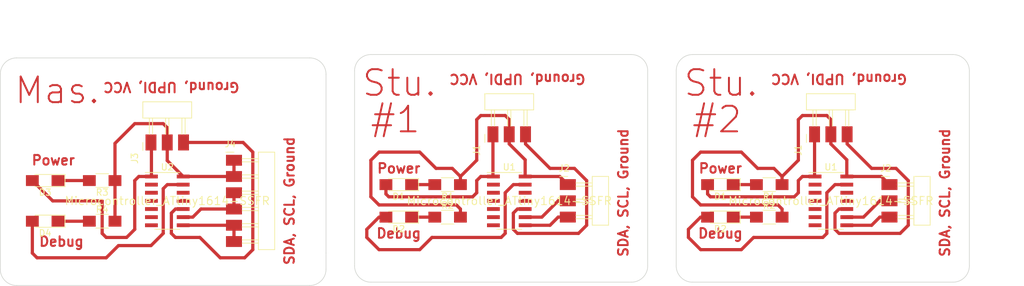
<source format=kicad_pcb>
(kicad_pcb (version 20211014) (generator pcbnew)
  (layers (0 "F.Cu" signal) (31 "B.Cu" signal) (34 "B.Paste" user) (35 "F.Paste" user) (36 "B.SilkS" user "B.Silkscreen") (37 "F.SilkS" user "F.Silkscreen") (38 "B.Mask" user) (39 "F.Mask" user) (44 "Edge.Cuts" user))
  (net 0 "")
  (net 1 "Net-(D1-Pad2)")
  (net 2 "Net-(D1-Pad1)")
  (net 3 "Net-(D2-Pad2)")
  (net 4 "Net-(D2-Pad1)")
  (net 13 "Net-(J1-Pad2)")
  (net 14 "Net-(J1-Pad3)")
  (net 15 "Net-(D3-Pad2)")
  (net 16 "Net-(J2-Pad3)")
  (net 17 "Net-(D3-Pad1)")
  (net 18 "Net-(D4-Pad2)")
  (net 19 "Net-(D4-Pad1)")
  (net 20 "Net-(J2-Pad2)")
  (net 21 "Net-(J3-Pad2)")
  (net 22 "Net-(J3-Pad3)")
  (net 23 "Net-(J4-Pad3)")
  (net 24 "Net-(J4-Pad5)")
  (footprint "fab:R_1206" (layer "F.Cu") (at 125.73 100.965 180)
    (fp_text reference "R3" (at 0 -1.85) (layer "F.SilkS"))
    (fp_text value "R")
    (fp_line (start 1 1.07) (end -1 1.07) (layer "F.SilkS") (width 0.12))
    (fp_line (start -1 -1.07) (end 1 -1.07) (layer "F.SilkS") (width 0.12))
    (pad "1" smd rect locked (at -2 0 180) (size 2 1.7) (layers "F.Cu" "F.Paste" "F.Mask") (net 21 "Net-(J3-Pad2)"))
    (pad "2" smd rect locked (at 2 0 180) (size 2 1.7) (layers "F.Cu" "F.Paste" "F.Mask") (net 17 "Net-(D3-Pad1)"))
  )
  (footprint "fab:R_1206" (layer "F.Cu") (at 179.61 101.6 180)
    (fp_text reference "R1" (at 0 -1.85) (layer "F.SilkS"))
    (fp_text value "R")
    (fp_line (start 1 1.07) (end -1 1.07) (layer "F.SilkS") (width 0.12))
    (fp_line (start -1 -1.07) (end 1 -1.07) (layer "F.SilkS") (width 0.12))
    (pad "1" smd rect locked (at -2 0 180) (size 2 1.7) (layers "F.Cu" "F.Paste" "F.Mask") (net 13 "Net-(J1-Pad2)"))
    (pad "2" smd rect locked (at 2 0 180) (size 2 1.7) (layers "F.Cu" "F.Paste" "F.Mask") (net 2 "Net-(D1-Pad1)"))
  )
  (footprint "fab:PinHeader_1x06_P2.54mm_Horizontal_SMD" (layer "F.Cu") (at 146.29 97.79)
    (fp_text reference "J4" (at -1.524 -2.54 180) (layer "F.SilkS") (effects (justify left)))
    (fp_text value "Conn_PinHeader_1x06_P2.54mm_Horizontal_SMD")
    (fp_line (start 3.81 -1.27) (end 6.35 -1.27) (layer "F.SilkS") (width 0.12))
    (fp_line (start 3.81 7.874) (end 1.27 7.874) (layer "F.SilkS") (width 0.12))
    (fp_line (start 3.81 2.794) (end 1.27 2.794) (layer "F.SilkS") (width 0.12))
    (fp_line (start 3.81 2.286) (end 1.27 2.286) (layer "F.SilkS") (width 0.12))
    (fp_line (start 3.81 9.906) (end 1.27 9.906) (layer "F.SilkS") (width 0.12))
    (fp_line (start 3.81 10.414) (end 1.27 10.414) (layer "F.SilkS") (width 0.12))
    (fp_line (start 3.81 5.334) (end 1.27 5.334) (layer "F.SilkS") (width 0.12))
    (fp_line (start 3.81 -0.254) (end 1.27 -0.254) (layer "F.SilkS") (width 0.12))
    (fp_line (start -1.27 -1.27) (end 0 -1.27) (layer "F.SilkS") (width 0.12))
    (fp_line (start 3.81 4.826) (end 1.27 4.826) (layer "F.SilkS") (width 0.12))
    (fp_line (start 6.35 -1.27) (end 6.35 13.97) (layer "F.SilkS") (width 0.12))
    (fp_line (start 3.81 12.954) (end 1.27 12.954) (layer "F.SilkS") (width 0.12))
    (fp_line (start 6.35 13.97) (end 3.81 13.97) (layer "F.SilkS") (width 0.12))
    (fp_line (start 3.81 7.366) (end 1.27 7.366) (layer "F.SilkS") (width 0.12))
    (fp_line (start 3.81 13.97) (end 3.81 -1.27) (layer "F.SilkS") (width 0.12))
    (fp_line (start 3.81 0.254) (end 1.27 0.254) (layer "F.SilkS") (width 0.12))
    (fp_line (start 3.81 12.446) (end 1.27 12.446) (layer "F.SilkS") (width 0.12))
    (pad "1" smd rect locked (at 0 0) (size 2.5 1.7) (layers "F.Cu" "F.Paste" "F.Mask") (net 21 "Net-(J3-Pad2)"))
    (pad "2" smd rect locked (at 0 2.54) (size 2.5 1.7) (layers "F.Cu" "F.Paste" "F.Mask") (net 21 "Net-(J3-Pad2)"))
    (pad "3" smd rect locked (at 0 5.08) (size 2.5 1.7) (layers "F.Cu" "F.Paste" "F.Mask") (net 23 "Net-(J4-Pad3)"))
    (pad "4" smd rect locked (at 0 7.62) (size 2.5 1.7) (layers "F.Cu" "F.Paste" "F.Mask") (net 23 "Net-(J4-Pad3)"))
    (pad "5" smd rect locked (at 0 10.16) (size 2.5 1.7) (layers "F.Cu" "F.Paste" "F.Mask") (net 24 "Net-(J4-Pad5)"))
    (pad "6" smd rect locked (at 0 12.7) (size 2.5 1.7) (layers "F.Cu" "F.Paste" "F.Mask") (net 24 "Net-(J4-Pad5)"))
  )
  (footprint "fab:R_1206" (layer "F.Cu") (at 229.775 106.68)
    (fp_text reference "R2" (at 0 -1.85) (layer "F.SilkS"))
    (fp_text value "R")
    (fp_line (start -1 -1.07) (end 1 -1.07) (layer "F.SilkS") (width 0.12))
    (fp_line (start 1 1.07) (end -1 1.07) (layer "F.SilkS") (width 0.12))
    (pad "1" smd rect locked (at -2 0) (size 2 1.7) (layers "F.Cu" "F.Paste" "F.Mask") (net 4 "Net-(D2-Pad1)"))
    (pad "2" smd rect locked (at 2 0) (size 2 1.7) (layers "F.Cu" "F.Paste" "F.Mask") (net 13 "Net-(J1-Pad2)"))
  )
  (footprint "fab:PinHeader_1x03_P2.54mm_Horizontal_SMD" (layer "F.Cu") (at 248.525 101.59)
    (fp_text reference "J2" (at -1.524 -2.54 180) (layer "F.SilkS") (effects (justify left)))
    (fp_text value "Conn_PinHeader_1x03_P2.54mm_Horizontal_SMD")
    (fp_line (start -1.27 -1.27) (end 0 -1.27) (layer "F.SilkS") (width 0.12))
    (fp_line (start 3.81 5.334) (end 1.27 5.334) (layer "F.SilkS") (width 0.12))
    (fp_line (start 3.81 -0.254) (end 1.27 -0.254) (layer "F.SilkS") (width 0.12))
    (fp_line (start 6.35 -1.27) (end 6.35 6.35) (layer "F.SilkS") (width 0.12))
    (fp_line (start 3.81 -1.27) (end 6.35 -1.27) (layer "F.SilkS") (width 0.12))
    (fp_line (start 3.81 2.286) (end 1.27 2.286) (layer "F.SilkS") (width 0.12))
    (fp_line (start 6.35 6.35) (end 3.81 6.35) (layer "F.SilkS") (width 0.12))
    (fp_line (start 3.81 6.35) (end 3.81 -1.27) (layer "F.SilkS") (width 0.12))
    (fp_line (start 3.81 0.254) (end 1.27 0.254) (layer "F.SilkS") (width 0.12))
    (fp_line (start 3.81 2.794) (end 1.27 2.794) (layer "F.SilkS") (width 0.12))
    (fp_line (start 3.81 4.826) (end 1.27 4.826) (layer "F.SilkS") (width 0.12))
    (pad "1" smd rect locked (at 0 0) (size 2.5 1.7) (layers "F.Cu" "F.Paste" "F.Mask") (net 13 "Net-(J1-Pad2)"))
    (pad "2" smd rect locked (at 0 2.54) (size 2.5 1.7) (layers "F.Cu" "F.Paste" "F.Mask") (net 20 "Net-(J2-Pad2)"))
    (pad "3" smd rect locked (at 0 5.08) (size 2.5 1.7) (layers "F.Cu" "F.Paste" "F.Mask") (net 16 "Net-(J2-Pad3)"))
  )
  (footprint "fab:SOIC-14_3.9x8.7mm_P1.27mm" (layer "F.Cu") (at 189.23 104.14)
    (fp_text reference "U1" (at 0 -5.28) (layer "F.SilkS"))
    (fp_text value "Microcontroller_ATtiny1614-SSFR" (at 0 0) (layer "F.SilkS") (effects (font (size 1.27 1.27))))
    (fp_line (start 0 4.435) (end -1.95 4.435) (layer "F.SilkS") (width 0.12))
    (fp_line (start 0 4.435) (end 1.95 4.435) (layer "F.SilkS") (width 0.12))
    (fp_line (start 0 -4.435) (end -3.45 -4.435) (layer "F.SilkS") (width 0.12))
    (fp_line (start 0 -4.435) (end 1.95 -4.435) (layer "F.SilkS") (width 0.12))
    (pad "1" smd rect (at -2.475 -3.81) (size 2 0.6) (layers "F.Cu" "F.Paste" "F.Mask") (net 1 "Net-(D1-Pad2)"))
    (pad "2" smd rect (at -2.475 -2.54) (size 2 0.6) (layers "F.Cu" "F.Paste" "F.Mask"))
    (pad "3" smd rect (at -2.475 -1.27) (size 2 0.6) (layers "F.Cu" "F.Paste" "F.Mask"))
    (pad "4" smd rect (at -2.475 0) (size 2 0.6) (layers "F.Cu" "F.Paste" "F.Mask"))
    (pad "5" smd rect (at -2.475 1.27) (size 2 0.6) (layers "F.Cu" "F.Paste" "F.Mask"))
    (pad "6" smd rect (at -2.475 2.54) (size 2 0.6) (layers "F.Cu" "F.Paste" "F.Mask"))
    (pad "7" smd rect (at -2.475 3.81) (size 2 0.6) (layers "F.Cu" "F.Paste" "F.Mask"))
    (pad "8" smd rect (at 2.475 3.81) (size 2 0.6) (layers "F.Cu" "F.Paste" "F.Mask") (net 16 "Net-(J2-Pad3)"))
    (pad "9" smd rect (at 2.475 2.54) (size 2 0.6) (layers "F.Cu" "F.Paste" "F.Mask") (net 20 "Net-(J2-Pad2)"))
    (pad "10" smd rect (at 2.475 1.27) (size 2 0.6) (layers "F.Cu" "F.Paste" "F.Mask") (net 14 "Net-(J1-Pad3)"))
    (pad "11" smd rect (at 2.475 0) (size 2 0.6) (layers "F.Cu" "F.Paste" "F.Mask"))
    (pad "12" smd rect (at 2.475 -1.27) (size 2 0.6) (layers "F.Cu" "F.Paste" "F.Mask"))
    (pad "13" smd rect (at 2.475 -2.54) (size 2 0.6) (layers "F.Cu" "F.Paste" "F.Mask") (net 3 "Net-(D2-Pad2)"))
    (pad "14" smd rect (at 2.475 -3.81) (size 2 0.6) (layers "F.Cu" "F.Paste" "F.Mask") (net 13 "Net-(J1-Pad2)"))
  )
  (footprint "fab:R_1206" (layer "F.Cu") (at 229.775 101.6 180)
    (fp_text reference "R1" (at 0 -1.85) (layer "F.SilkS"))
    (fp_text value "R")
    (fp_line (start 1 1.07) (end -1 1.07) (layer "F.SilkS") (width 0.12))
    (fp_line (start -1 -1.07) (end 1 -1.07) (layer "F.SilkS") (width 0.12))
    (pad "1" smd rect locked (at -2 0 180) (size 2 1.7) (layers "F.Cu" "F.Paste" "F.Mask") (net 13 "Net-(J1-Pad2)"))
    (pad "2" smd rect locked (at 2 0 180) (size 2 1.7) (layers "F.Cu" "F.Paste" "F.Mask") (net 2 "Net-(D1-Pad1)"))
  )
  (footprint "fab:R_1206" (layer "F.Cu") (at 125.73 107.315)
    (fp_text reference "R4" (at 0 -1.85) (layer "F.SilkS"))
    (fp_text value "R")
    (fp_line (start -1 -1.07) (end 1 -1.07) (layer "F.SilkS") (width 0.12))
    (fp_line (start 1 1.07) (end -1 1.07) (layer "F.SilkS") (width 0.12))
    (pad "1" smd rect locked (at -2 0) (size 2 1.7) (layers "F.Cu" "F.Paste" "F.Mask") (net 19 "Net-(D4-Pad1)"))
    (pad "2" smd rect locked (at 2 0) (size 2 1.7) (layers "F.Cu" "F.Paste" "F.Mask") (net 21 "Net-(J3-Pad2)"))
  )
  (footprint "fab:PinHeader_1x03_P2.54mm_Horizontal_SMD" (layer "F.Cu") (at 186.68 93.74 90)
    (fp_text reference "J1" (at -1.524 -2.54 90) (layer "F.SilkS") (effects (justify right)))
    (fp_text value "Conn_PinHeader_1x03_P2.54mm_Horizontal_SMD")
    (fp_line (start -1.27 -1.27) (end 0 -1.27) (layer "F.SilkS") (width 0.12))
    (fp_line (start 3.81 2.286) (end 1.27 2.286) (layer "F.SilkS") (width 0.12))
    (fp_line (start 6.35 6.35) (end 3.81 6.35) (layer "F.SilkS") (width 0.12))
    (fp_line (start 6.35 -1.27) (end 6.35 6.35) (layer "F.SilkS") (width 0.12))
    (fp_line (start 3.81 -0.254) (end 1.27 -0.254) (layer "F.SilkS") (width 0.12))
    (fp_line (start 3.81 0.254) (end 1.27 0.254) (layer "F.SilkS") (width 0.12))
    (fp_line (start 3.81 6.35) (end 3.81 -1.27) (layer "F.SilkS") (width 0.12))
    (fp_line (start 3.81 5.334) (end 1.27 5.334) (layer "F.SilkS") (width 0.12))
    (fp_line (start 3.81 -1.27) (end 6.35 -1.27) (layer "F.SilkS") (width 0.12))
    (fp_line (start 3.81 2.794) (end 1.27 2.794) (layer "F.SilkS") (width 0.12))
    (fp_line (start 3.81 4.826) (end 1.27 4.826) (layer "F.SilkS") (width 0.12))
    (pad "1" smd rect locked (at 0 0 90) (size 2.5 1.7) (layers "F.Cu" "F.Paste" "F.Mask") (net 1 "Net-(D1-Pad2)"))
    (pad "2" smd rect locked (at 0 2.54 90) (size 2.5 1.7) (layers "F.Cu" "F.Paste" "F.Mask") (net 13 "Net-(J1-Pad2)"))
    (pad "3" smd rect locked (at 0 5.08 90) (size 2.5 1.7) (layers "F.Cu" "F.Paste" "F.Mask") (net 14 "Net-(J1-Pad3)"))
  )
  (footprint "fab:PinHeader_1x03_P2.54mm_Horizontal_SMD" (layer "F.Cu") (at 236.845 93.74 90)
    (fp_text reference "J1" (at -1.524 -2.54 90) (layer "F.SilkS") (effects (justify right)))
    (fp_text value "Conn_PinHeader_1x03_P2.54mm_Horizontal_SMD")
    (fp_line (start -1.27 -1.27) (end 0 -1.27) (layer "F.SilkS") (width 0.12))
    (fp_line (start 3.81 2.286) (end 1.27 2.286) (layer "F.SilkS") (width 0.12))
    (fp_line (start 6.35 6.35) (end 3.81 6.35) (layer "F.SilkS") (width 0.12))
    (fp_line (start 6.35 -1.27) (end 6.35 6.35) (layer "F.SilkS") (width 0.12))
    (fp_line (start 3.81 -0.254) (end 1.27 -0.254) (layer "F.SilkS") (width 0.12))
    (fp_line (start 3.81 0.254) (end 1.27 0.254) (layer "F.SilkS") (width 0.12))
    (fp_line (start 3.81 6.35) (end 3.81 -1.27) (layer "F.SilkS") (width 0.12))
    (fp_line (start 3.81 5.334) (end 1.27 5.334) (layer "F.SilkS") (width 0.12))
    (fp_line (start 3.81 -1.27) (end 6.35 -1.27) (layer "F.SilkS") (width 0.12))
    (fp_line (start 3.81 2.794) (end 1.27 2.794) (layer "F.SilkS") (width 0.12))
    (fp_line (start 3.81 4.826) (end 1.27 4.826) (layer "F.SilkS") (width 0.12))
    (pad "1" smd rect locked (at 0 0 90) (size 2.5 1.7) (layers "F.Cu" "F.Paste" "F.Mask") (net 1 "Net-(D1-Pad2)"))
    (pad "2" smd rect locked (at 0 2.54 90) (size 2.5 1.7) (layers "F.Cu" "F.Paste" "F.Mask") (net 13 "Net-(J1-Pad2)"))
    (pad "3" smd rect locked (at 0 5.08 90) (size 2.5 1.7) (layers "F.Cu" "F.Paste" "F.Mask") (net 14 "Net-(J1-Pad3)"))
  )
  (footprint "fab:LED_1206" (layer "F.Cu") (at 116.84 100.965 180)
    (fp_text reference "D3" (at 0 -1.85) (layer "F.SilkS"))
    (fp_text value "LED")
    (fp_line (start -3.1 0.95) (end 1.6 0.95) (layer "F.SilkS") (width 0.12))
    (fp_line (start -3.1 -0.95) (end -3.1 0.95) (layer "F.SilkS") (width 0.12))
    (fp_line (start -3.1 -0.95) (end 1.6 -0.95) (layer "F.SilkS") (width 0.12))
    (pad "1" smd rect locked (at -2 0 180) (size 2 1.7) (layers "F.Cu" "F.Paste" "F.Mask") (net 17 "Net-(D3-Pad1)"))
    (pad "2" smd rect locked (at 2 0 180) (size 2 1.7) (layers "F.Cu" "F.Paste" "F.Mask") (net 15 "Net-(D3-Pad2)"))
  )
  (footprint "fab:LED_1206" (layer "F.Cu") (at 222.155 101.6 180)
    (fp_text reference "D1" (at 0 -1.85) (layer "F.SilkS"))
    (fp_text value "LED")
    (fp_line (start -3.1 0.95) (end 1.6 0.95) (layer "F.SilkS") (width 0.12))
    (fp_line (start -3.1 -0.95) (end -3.1 0.95) (layer "F.SilkS") (width 0.12))
    (fp_line (start -3.1 -0.95) (end 1.6 -0.95) (layer "F.SilkS") (width 0.12))
    (pad "1" smd rect locked (at -2 0 180) (size 2 1.7) (layers "F.Cu" "F.Paste" "F.Mask") (net 2 "Net-(D1-Pad1)"))
    (pad "2" smd rect locked (at 2 0 180) (size 2 1.7) (layers "F.Cu" "F.Paste" "F.Mask") (net 1 "Net-(D1-Pad2)"))
  )
  (footprint "fab:PinHeader_1x03_P2.54mm_Horizontal_SMD" (layer "F.Cu") (at 198.36 101.59)
    (fp_text reference "J2" (at -1.524 -2.54 180) (layer "F.SilkS") (effects (justify left)))
    (fp_text value "Conn_PinHeader_1x03_P2.54mm_Horizontal_SMD")
    (fp_line (start -1.27 -1.27) (end 0 -1.27) (layer "F.SilkS") (width 0.12))
    (fp_line (start 3.81 5.334) (end 1.27 5.334) (layer "F.SilkS") (width 0.12))
    (fp_line (start 3.81 -0.254) (end 1.27 -0.254) (layer "F.SilkS") (width 0.12))
    (fp_line (start 6.35 -1.27) (end 6.35 6.35) (layer "F.SilkS") (width 0.12))
    (fp_line (start 3.81 -1.27) (end 6.35 -1.27) (layer "F.SilkS") (width 0.12))
    (fp_line (start 3.81 2.286) (end 1.27 2.286) (layer "F.SilkS") (width 0.12))
    (fp_line (start 6.35 6.35) (end 3.81 6.35) (layer "F.SilkS") (width 0.12))
    (fp_line (start 3.81 6.35) (end 3.81 -1.27) (layer "F.SilkS") (width 0.12))
    (fp_line (start 3.81 0.254) (end 1.27 0.254) (layer "F.SilkS") (width 0.12))
    (fp_line (start 3.81 2.794) (end 1.27 2.794) (layer "F.SilkS") (width 0.12))
    (fp_line (start 3.81 4.826) (end 1.27 4.826) (layer "F.SilkS") (width 0.12))
    (pad "1" smd rect locked (at 0 0) (size 2.5 1.7) (layers "F.Cu" "F.Paste" "F.Mask") (net 13 "Net-(J1-Pad2)"))
    (pad "2" smd rect locked (at 0 2.54) (size 2.5 1.7) (layers "F.Cu" "F.Paste" "F.Mask") (net 20 "Net-(J2-Pad2)"))
    (pad "3" smd rect locked (at 0 5.08) (size 2.5 1.7) (layers "F.Cu" "F.Paste" "F.Mask") (net 16 "Net-(J2-Pad3)"))
  )
  (footprint "fab:LED_1206" (layer "F.Cu") (at 116.84 107.315 180)
    (fp_text reference "D4" (at 0 -1.85) (layer "F.SilkS"))
    (fp_text value "LED")
    (fp_line (start -3.1 0.95) (end 1.6 0.95) (layer "F.SilkS") (width 0.12))
    (fp_line (start -3.1 -0.95) (end 1.6 -0.95) (layer "F.SilkS") (width 0.12))
    (fp_line (start -3.1 -0.95) (end -3.1 0.95) (layer "F.SilkS") (width 0.12))
    (pad "1" smd rect locked (at -2 0 180) (size 2 1.7) (layers "F.Cu" "F.Paste" "F.Mask") (net 19 "Net-(D4-Pad1)"))
    (pad "2" smd rect locked (at 2 0 180) (size 2 1.7) (layers "F.Cu" "F.Paste" "F.Mask") (net 18 "Net-(D4-Pad2)"))
  )
  (footprint "fab:PinHeader_1x03_P2.54mm_Horizontal_SMD" (layer "F.Cu") (at 133.34 95.01 90)
    (fp_text reference "J3" (at -1.524 -2.54 90) (layer "F.SilkS") (effects (justify right)))
    (fp_text value "Conn_PinHeader_1x03_P2.54mm_Horizontal_SMD")
    (fp_line (start 3.81 6.35) (end 3.81 -1.27) (layer "F.SilkS") (width 0.12))
    (fp_line (start -1.27 -1.27) (end 0 -1.27) (layer "F.SilkS") (width 0.12))
    (fp_line (start 3.81 0.254) (end 1.27 0.254) (layer "F.SilkS") (width 0.12))
    (fp_line (start 3.81 4.826) (end 1.27 4.826) (layer "F.SilkS") (width 0.12))
    (fp_line (start 3.81 -0.254) (end 1.27 -0.254) (layer "F.SilkS") (width 0.12))
    (fp_line (start 3.81 2.286) (end 1.27 2.286) (layer "F.SilkS") (width 0.12))
    (fp_line (start 6.35 6.35) (end 3.81 6.35) (layer "F.SilkS") (width 0.12))
    (fp_line (start 6.35 -1.27) (end 6.35 6.35) (layer "F.SilkS") (width 0.12))
    (fp_line (start 3.81 -1.27) (end 6.35 -1.27) (layer "F.SilkS") (width 0.12))
    (fp_line (start 3.81 5.334) (end 1.27 5.334) (layer "F.SilkS") (width 0.12))
    (fp_line (start 3.81 2.794) (end 1.27 2.794) (layer "F.SilkS") (width 0.12))
    (pad "1" smd rect locked (at 0 0 90) (size 2.5 1.7) (layers "F.Cu" "F.Paste" "F.Mask") (net 15 "Net-(D3-Pad2)"))
    (pad "2" smd rect locked (at 0 2.54 90) (size 2.5 1.7) (layers "F.Cu" "F.Paste" "F.Mask") (net 21 "Net-(J3-Pad2)"))
    (pad "3" smd rect locked (at 0 5.08 90) (size 2.5 1.7) (layers "F.Cu" "F.Paste" "F.Mask") (net 22 "Net-(J3-Pad3)"))
  )
  (footprint "fab:LED_1206" (layer "F.Cu") (at 222.155 106.68 180)
    (fp_text reference "D2" (at 0 -1.85) (layer "F.SilkS"))
    (fp_text value "LED")
    (fp_line (start -3.1 0.95) (end 1.6 0.95) (layer "F.SilkS") (width 0.12))
    (fp_line (start -3.1 -0.95) (end -3.1 0.95) (layer "F.SilkS") (width 0.12))
    (fp_line (start -3.1 -0.95) (end 1.6 -0.95) (layer "F.SilkS") (width 0.12))
    (pad "1" smd rect locked (at -2 0 180) (size 2 1.7) (layers "F.Cu" "F.Paste" "F.Mask") (net 4 "Net-(D2-Pad1)"))
    (pad "2" smd rect locked (at 2 0 180) (size 2 1.7) (layers "F.Cu" "F.Paste" "F.Mask") (net 3 "Net-(D2-Pad2)"))
  )
  (footprint "fab:LED_1206" (layer "F.Cu") (at 171.99 101.6 180)
    (fp_text reference "D1" (at 0 -1.85) (layer "F.SilkS"))
    (fp_text value "LED")
    (fp_line (start -3.1 0.95) (end 1.6 0.95) (layer "F.SilkS") (width 0.12))
    (fp_line (start -3.1 -0.95) (end -3.1 0.95) (layer "F.SilkS") (width 0.12))
    (fp_line (start -3.1 -0.95) (end 1.6 -0.95) (layer "F.SilkS") (width 0.12))
    (pad "1" smd rect locked (at -2 0 180) (size 2 1.7) (layers "F.Cu" "F.Paste" "F.Mask") (net 2 "Net-(D1-Pad1)"))
    (pad "2" smd rect locked (at 2 0 180) (size 2 1.7) (layers "F.Cu" "F.Paste" "F.Mask") (net 1 "Net-(D1-Pad2)"))
  )
  (footprint "fab:SOIC-14_3.9x8.7mm_P1.27mm" (layer "F.Cu") (at 135.89 104.14)
    (fp_text reference "U2" (at 0 -5.28) (layer "F.SilkS"))
    (fp_text value "Microcontroller_ATtiny1614-SSFR" (at 0 0) (layer "F.SilkS") (effects (font (size 1.27 1.27))))
    (fp_line (start 0 4.435) (end -1.95 4.435) (layer "F.SilkS") (width 0.12))
    (fp_line (start 0 -4.435) (end 1.95 -4.435) (layer "F.SilkS") (width 0.12))
    (fp_line (start 0 4.435) (end 1.95 4.435) (layer "F.SilkS") (width 0.12))
    (fp_line (start 0 -4.435) (end -3.45 -4.435) (layer "F.SilkS") (width 0.12))
    (pad "1" smd rect (at -2.475 -3.81) (size 2 0.6) (layers "F.Cu" "F.Paste" "F.Mask") (net 15 "Net-(D3-Pad2)"))
    (pad "2" smd rect (at -2.475 -2.54) (size 2 0.6) (layers "F.Cu" "F.Paste" "F.Mask"))
    (pad "3" smd rect (at -2.475 -1.27) (size 2 0.6) (layers "F.Cu" "F.Paste" "F.Mask"))
    (pad "4" smd rect (at -2.475 0) (size 2 0.6) (layers "F.Cu" "F.Paste" "F.Mask"))
    (pad "5" smd rect (at -2.475 1.27) (size 2 0.6) (layers "F.Cu" "F.Paste" "F.Mask"))
    (pad "6" smd rect (at -2.475 2.54) (size 2 0.6) (layers "F.Cu" "F.Paste" "F.Mask"))
    (pad "7" smd rect (at -2.475 3.81) (size 2 0.6) (layers "F.Cu" "F.Paste" "F.Mask"))
    (pad "8" smd rect (at 2.475 3.81) (size 2 0.6) (layers "F.Cu" "F.Paste" "F.Mask") (net 24 "Net-(J4-Pad5)"))
    (pad "9" smd rect (at 2.475 2.54) (size 2 0.6) (layers "F.Cu" "F.Paste" "F.Mask") (net 23 "Net-(J4-Pad3)"))
    (pad "10" smd rect (at 2.475 1.27) (size 2 0.6) (layers "F.Cu" "F.Paste" "F.Mask") (net 22 "Net-(J3-Pad3)"))
    (pad "11" smd rect (at 2.475 0) (size 2 0.6) (layers "F.Cu" "F.Paste" "F.Mask"))
    (pad "12" smd rect (at 2.475 -1.27) (size 2 0.6) (layers "F.Cu" "F.Paste" "F.Mask"))
    (pad "13" smd rect (at 2.475 -2.54) (size 2 0.6) (layers "F.Cu" "F.Paste" "F.Mask") (net 18 "Net-(D4-Pad2)"))
    (pad "14" smd rect (at 2.475 -3.81) (size 2 0.6) (layers "F.Cu" "F.Paste" "F.Mask") (net 21 "Net-(J3-Pad2)"))
  )
  (footprint "fab:LED_1206" (layer "F.Cu") (at 171.99 106.68 180)
    (fp_text reference "D2" (at 0 -1.85) (layer "F.SilkS"))
    (fp_text value "LED")
    (fp_line (start -3.1 0.95) (end 1.6 0.95) (layer "F.SilkS") (width 0.12))
    (fp_line (start -3.1 -0.95) (end -3.1 0.95) (layer "F.SilkS") (width 0.12))
    (fp_line (start -3.1 -0.95) (end 1.6 -0.95) (layer "F.SilkS") (width 0.12))
    (pad "1" smd rect locked (at -2 0 180) (size 2 1.7) (layers "F.Cu" "F.Paste" "F.Mask") (net 4 "Net-(D2-Pad1)"))
    (pad "2" smd rect locked (at 2 0 180) (size 2 1.7) (layers "F.Cu" "F.Paste" "F.Mask") (net 3 "Net-(D2-Pad2)"))
  )
  (footprint "fab:SOIC-14_3.9x8.7mm_P1.27mm" (layer "F.Cu") (at 239.395 104.14)
    (fp_text reference "U1" (at 0 -5.28) (layer "F.SilkS"))
    (fp_text value "Microcontroller_ATtiny1614-SSFR" (at 0 0) (layer "F.SilkS") (effects (font (size 1.27 1.27))))
    (fp_line (start 0 4.435) (end -1.95 4.435) (layer "F.SilkS") (width 0.12))
    (fp_line (start 0 4.435) (end 1.95 4.435) (layer "F.SilkS") (width 0.12))
    (fp_line (start 0 -4.435) (end -3.45 -4.435) (layer "F.SilkS") (width 0.12))
    (fp_line (start 0 -4.435) (end 1.95 -4.435) (layer "F.SilkS") (width 0.12))
    (pad "1" smd rect (at -2.475 -3.81) (size 2 0.6) (layers "F.Cu" "F.Paste" "F.Mask") (net 1 "Net-(D1-Pad2)"))
    (pad "2" smd rect (at -2.475 -2.54) (size 2 0.6) (layers "F.Cu" "F.Paste" "F.Mask"))
    (pad "3" smd rect (at -2.475 -1.27) (size 2 0.6) (layers "F.Cu" "F.Paste" "F.Mask"))
    (pad "4" smd rect (at -2.475 0) (size 2 0.6) (layers "F.Cu" "F.Paste" "F.Mask"))
    (pad "5" smd rect (at -2.475 1.27) (size 2 0.6) (layers "F.Cu" "F.Paste" "F.Mask"))
    (pad "6" smd rect (at -2.475 2.54) (size 2 0.6) (layers "F.Cu" "F.Paste" "F.Mask"))
    (pad "7" smd rect (at -2.475 3.81) (size 2 0.6) (layers "F.Cu" "F.Paste" "F.Mask"))
    (pad "8" smd rect (at 2.475 3.81) (size 2 0.6) (layers "F.Cu" "F.Paste" "F.Mask") (net 16 "Net-(J2-Pad3)"))
    (pad "9" smd rect (at 2.475 2.54) (size 2 0.6) (layers "F.Cu" "F.Paste" "F.Mask") (net 20 "Net-(J2-Pad2)"))
    (pad "10" smd rect (at 2.475 1.27) (size 2 0.6) (layers "F.Cu" "F.Paste" "F.Mask") (net 14 "Net-(J1-Pad3)"))
    (pad "11" smd rect (at 2.475 0) (size 2 0.6) (layers "F.Cu" "F.Paste" "F.Mask"))
    (pad "12" smd rect (at 2.475 -1.27) (size 2 0.6) (layers "F.Cu" "F.Paste" "F.Mask"))
    (pad "13" smd rect (at 2.475 -2.54) (size 2 0.6) (layers "F.Cu" "F.Paste" "F.Mask") (net 3 "Net-(D2-Pad2)"))
    (pad "14" smd rect (at 2.475 -3.81) (size 2 0.6) (layers "F.Cu" "F.Paste" "F.Mask") (net 13 "Net-(J1-Pad2)"))
  )
  (footprint "fab:R_1206" (layer "F.Cu") (at 179.61 106.68)
    (fp_text reference "R2" (at 0 -1.85) (layer "F.SilkS"))
    (fp_text value "R")
    (fp_line (start -1 -1.07) (end 1 -1.07) (layer "F.SilkS") (width 0.12))
    (fp_line (start 1 1.07) (end -1 1.07) (layer "F.SilkS") (width 0.12))
    (pad "1" smd rect locked (at -2 0) (size 2 1.7) (layers "F.Cu" "F.Paste" "F.Mask") (net 4 "Net-(D2-Pad1)"))
    (pad "2" smd rect locked (at 2 0) (size 2 1.7) (layers "F.Cu" "F.Paste" "F.Mask") (net 13 "Net-(J1-Pad2)"))
  )
  (gr_arc (start 210.82 114.3) (mid 210.076051 116.096051) (end 208.28 116.84) (layer "Edge.Cuts") (width 0.1))
  (gr_line (start 109.845 114.82) (end 109.845 84.34) (layer "Edge.Cuts") (width 0.1))
  (gr_arc (start 160.645 114.82) (mid 159.901051 116.616051) (end 158.105 117.36) (layer "Edge.Cuts") (width 0.1))
  (gr_line (start 165.1 114.3) (end 165.1 83.82) (layer "Edge.Cuts") (width 0.1))
  (gr_arc (start 260.985 114.3) (mid 260.241051 116.096051) (end 258.445 116.84) (layer "Edge.Cuts") (width 0.1))
  (gr_arc (start 109.845 84.34) (mid 110.588949 82.543949) (end 112.385 81.8) (layer "Edge.Cuts") (width 0.1))
  (gr_line (start 260.985 83.82) (end 260.985 114.3) (layer "Edge.Cuts") (width 0.1))
  (gr_arc (start 258.445 81.28) (mid 260.241051 82.023949) (end 260.985 83.82) (layer "Edge.Cuts") (width 0.1))
  (gr_line (start 160.645 112.28) (end 160.645 114.82) (layer "Edge.Cuts") (width 0.1))
  (gr_arc (start 215.265 83.82) (mid 216.008949 82.023949) (end 217.805 81.28) (layer "Edge.Cuts") (width 0.1))
  (gr_line (start 112.385 81.8) (end 158.105 81.8) (layer "Edge.Cuts") (width 0.1))
  (gr_arc (start 112.385 117.36) (mid 110.588949 116.616051) (end 109.845 114.82) (layer "Edge.Cuts") (width 0.1))
  (gr_arc (start 158.105 81.8) (mid 159.901051 82.543949) (end 160.645 84.34) (layer "Edge.Cuts") (width 0.1))
  (gr_line (start 217.805 81.28) (end 235.585 81.28) (layer "Edge.Cuts") (width 0.1))
  (gr_line (start 158.105 117.36) (end 112.385 117.36) (layer "Edge.Cuts") (width 0.1))
  (gr_line (start 167.64 81.28) (end 185.42 81.28) (layer "Edge.Cuts") (width 0.1))
  (gr_line (start 235.585 81.28) (end 258.445 81.28) (layer "Edge.Cuts") (width 0.1))
  (gr_line (start 160.645 84.34) (end 160.645 112.28) (layer "Edge.Cuts") (width 0.1))
  (gr_line (start 185.42 81.28) (end 208.28 81.28) (layer "Edge.Cuts") (width 0.1))
  (gr_line (start 215.265 114.3) (end 215.265 83.82) (layer "Edge.Cuts") (width 0.1))
  (gr_arc (start 165.1 83.82) (mid 165.843949 82.023949) (end 167.64 81.28) (layer "Edge.Cuts") (width 0.1))
  (gr_line (start 258.445 116.84) (end 217.805 116.84) (layer "Edge.Cuts") (width 0.1))
  (gr_arc (start 217.805 116.84) (mid 216.008949 116.096051) (end 215.265 114.3) (layer "Edge.Cuts") (width 0.1))
  (gr_arc (start 208.28 81.28) (mid 210.076051 82.023949) (end 210.82 83.82) (layer "Edge.Cuts") (width 0.1))
  (gr_arc (start 167.64 116.84) (mid 165.843949 116.096051) (end 165.1 114.3) (layer "Edge.Cuts") (width 0.1))
  (gr_line (start 208.28 116.84) (end 167.64 116.84) (layer "Edge.Cuts") (width 0.1))
  (gr_line (start 210.82 83.82) (end 210.82 114.3) (layer "Edge.Cuts") (width 0.1))
  (gr_text "Ground, UPDI, VCC" (at 190.5 85.09 180) (layer "F.Cu") (effects (font (size 1.5 1.5) (thickness 0.3))))
  (gr_text "Power" (at 171.99 99.06) (layer "F.Cu") (effects (font (size 1.5 1.5) (thickness 0.3))))
  (gr_text "Power" (at 118.11 97.79) (layer "F.Cu") (effects (font (size 1.5 1.5) (thickness 0.3))))
  (gr_text "Ground, UPDI, VCC" (at 136.525 86.36 180) (layer "F.Cu") (effects (font (size 1.5 1.5) (thickness 0.3))))
  (gr_text "SDA, SCL, Ground" (at 257.175 102.87 90) (layer "F.Cu") (effects (font (size 1.5 1.5) (thickness 0.3))))
  (gr_text "SDA, SCL, Ground" (at 207.01 102.87 90) (layer "F.Cu") (effects (font (size 1.5 1.5) (thickness 0.3))))
  (gr_text "Mas." (at 118.735 86.88) (layer "F.Cu") (effects (font (size 4 4) (thickness 0.3))))
  (gr_text "#1" (at 171.45 91.44) (layer "F.Cu") (effects (font (size 4 4) (thickness 0.3))))
  (gr_text "Ground, UPDI, VCC" (at 240.665 85.09 180) (layer "F.Cu") (effects (font (size 1.5 1.5) (thickness 0.3))))
  (gr_text "Debug" (at 222.155 109.22) (layer "F.Cu") (effects (font (size 1.5 1.5) (thickness 0.3))))
  (gr_text "#2" (at 221.615 91.44) (layer "F.Cu") (effects (font (size 4 4) (thickness 0.3))))
  (gr_text "Stu." (at 222.25 85.725) (layer "F.Cu") (effects (font (size 4 4) (thickness 0.3))))
  (gr_text "Debug" (at 119.38 110.49) (layer "F.Cu") (effects (font (size 1.5 1.5) (thickness 0.3))))
  (gr_text "SDA, SCL, Ground" (at 154.94 104.14 90) (layer "F.Cu") (effects (font (size 1.5 1.5) (thickness 0.3))))
  (gr_text "Stu." (at 172.085 85.725) (layer "F.Cu") (effects (font (size 4 4) (thickness 0.3))))
  (gr_text "Debug" (at 171.99 109.22) (layer "F.Cu") (effects (font (size 1.5 1.5) (thickness 0.3))))
  (gr_text "Power" (at 222.155 99.06) (layer "F.Cu") (effects (font (size 1.5 1.5) (thickness 0.3))))
  (segment (start 169.99 103.06) (end 169.99 101.6) (width 0.5) (layer "F.Cu") (net 1))
  (segment (start 234.315 102.87) (end 234.315 100.965) (width 0.5) (layer "F.Cu") (net 1))
  (segment (start 170.435 103.505) (end 183.515 103.505) (width 0.5) (layer "F.Cu") (net 1))
  (segment (start 220.6 103.505) (end 220.155 103.06) (width 0.5) (layer "F.Cu") (net 1))
  (segment (start 234.95 100.33) (end 236.92 100.33) (width 0.5) (layer "F.Cu") (net 1))
  (segment (start 220.6 103.505) (end 233.68 103.505) (width 0.5) (layer "F.Cu") (net 1))
  (segment (start 184.785 100.33) (end 186.755 100.33) (width 0.5) (layer "F.Cu") (net 1))
  (segment (start 184.15 100.965) (end 184.785 100.33) (width 0.5) (layer "F.Cu") (net 1))
  (segment (start 220.155 103.06) (end 220.155 101.6) (width 0.5) (layer "F.Cu") (net 1))
  (segment (start 186.68 93.74) (end 186.68 100.255) (width 0.5) (layer "F.Cu") (net 1))
  (segment (start 236.845 100.255) (end 236.92 100.33) (width 0.5) (layer "F.Cu") (net 1))
  (segment (start 186.68 100.255) (end 186.755 100.33) (width 0.5) (layer "F.Cu") (net 1))
  (segment (start 233.68 103.505) (end 234.315 102.87) (width 0.5) (layer "F.Cu") (net 1))
  (segment (start 236.845 93.74) (end 236.845 100.255) (width 0.5) (layer "F.Cu") (net 1))
  (segment (start 184.15 102.87) (end 184.15 100.965) (width 0.5) (layer "F.Cu") (net 1))
  (segment (start 183.515 103.505) (end 184.15 102.87) (width 0.5) (layer "F.Cu") (net 1))
  (segment (start 234.315 100.965) (end 234.95 100.33) (width 0.5) (layer "F.Cu") (net 1))
  (segment (start 170.435 103.505) (end 169.99 103.06) (width 0.5) (layer "F.Cu") (net 1))
  (segment (start 224.155 101.6) (end 227.775 101.6) (width 0.5) (layer "F.Cu") (net 2))
  (segment (start 173.99 101.6) (end 177.61 101.6) (width 0.5) (layer "F.Cu") (net 2))
  (segment (start 219.075 106.68) (end 217.17 108.585) (width 0.5) (layer "F.Cu") (net 3))
  (segment (start 220.155 106.68) (end 219.075 106.68) (width 0.5) (layer "F.Cu") (net 3))
  (segment (start 219.075 111.76) (end 225.425 111.76) (width 0.5) (layer "F.Cu") (net 3))
  (segment (start 238.76 102.87) (end 240.03 101.6) (width 0.5) (layer "F.Cu") (net 3))
  (segment (start 169.99 106.68) (end 168.91 106.68) (width 0.5) (layer "F.Cu") (net 3))
  (segment (start 189.865 101.6) (end 191.705 101.6) (width 0.5) (layer "F.Cu") (net 3))
  (segment (start 167.005 109.855) (end 168.91 111.76) (width 0.5) (layer "F.Cu") (net 3))
  (segment (start 168.91 111.76) (end 175.26 111.76) (width 0.5) (layer "F.Cu") (net 3))
  (segment (start 227.33 109.855) (end 238.125 109.855) (width 0.5) (layer "F.Cu") (net 3))
  (segment (start 240.03 101.6) (end 241.87 101.6) (width 0.5) (layer "F.Cu") (net 3))
  (segment (start 168.91 106.68) (end 167.005 108.585) (width 0.5) (layer "F.Cu") (net 3))
  (segment (start 175.26 111.76) (end 177.165 109.855) (width 0.5) (layer "F.Cu") (net 3))
  (segment (start 188.595 109.22) (end 188.595 102.87) (width 0.5) (layer "F.Cu") (net 3))
  (segment (start 187.96 109.855) (end 188.595 109.22) (width 0.5) (layer "F.Cu") (net 3))
  (segment (start 177.165 109.855) (end 187.96 109.855) (width 0.5) (layer "F.Cu") (net 3))
  (segment (start 238.125 109.855) (end 238.76 109.22) (width 0.5) (layer "F.Cu") (net 3))
  (segment (start 238.76 109.22) (end 238.76 102.87) (width 0.5) (layer "F.Cu") (net 3))
  (segment (start 217.17 109.855) (end 219.075 111.76) (width 0.5) (layer "F.Cu") (net 3))
  (segment (start 167.005 108.585) (end 167.005 109.855) (width 0.5) (layer "F.Cu") (net 3))
  (segment (start 217.17 108.585) (end 217.17 109.855) (width 0.5) (layer "F.Cu") (net 3))
  (segment (start 188.595 102.87) (end 189.865 101.6) (width 0.5) (layer "F.Cu") (net 3))
  (segment (start 225.425 111.76) (end 227.33 109.855) (width 0.5) (layer "F.Cu") (net 3))
  (segment (start 173.99 106.68) (end 177.61 106.68) (width 0.5) (layer "F.Cu") (net 4))
  (segment (start 224.155 106.68) (end 227.775 106.68) (width 0.5) (layer "F.Cu") (net 4))
  (segment (start 217.805 103.505) (end 217.805 97.79) (width 0.5) (layer "F.Cu") (net 13))
  (segment (start 168.91 96.52) (end 175.26 96.52) (width 0.5) (layer "F.Cu") (net 13))
  (segment (start 225.425 96.52) (end 227.965 99.06) (width 0.5) (layer "F.Cu") (net 13))
  (segment (start 181.61 106.68) (end 181.61 105.41) (width 0.5) (layer "F.Cu") (net 13))
  (segment (start 239.385 93.74) (end 239.385 95.24) (width 0.5) (layer "F.Cu") (net 13))
  (segment (start 227.965 99.06) (end 230.505 99.06) (width 0.5) (layer "F.Cu") (net 13))
  (segment (start 234.315 97.79) (end 234.315 91.44) (width 0.5) (layer "F.Cu") (net 13))
  (segment (start 191.76 100.275) (end 191.705 100.33) (width 0.5) (layer "F.Cu") (net 13))
  (segment (start 189.22 91.43) (end 189.22 93.74) (width 0.5) (layer "F.Cu") (net 13))
  (segment (start 167.64 103.505) (end 167.64 97.79) (width 0.5) (layer "F.Cu") (net 13))
  (segment (start 197.1 100.33) (end 198.36 101.59) (width 0.5) (layer "F.Cu") (net 13))
  (segment (start 181.61 100.33) (end 181.61 101.6) (width 0.5) (layer "F.Cu") (net 13))
  (segment (start 184.15 91.44) (end 184.785 90.805) (width 0.5) (layer "F.Cu") (net 13))
  (segment (start 234.95 90.805) (end 238.76 90.805) (width 0.5) (layer "F.Cu") (net 13))
  (segment (start 177.8 99.06) (end 180.34 99.06) (width 0.5) (layer "F.Cu") (net 13))
  (segment (start 231.775 100.33) (end 234.315 97.79) (width 0.5) (layer "F.Cu") (net 13))
  (segment (start 241.87 100.33) (end 247.265 100.33) (width 0.5) (layer "F.Cu") (net 13))
  (segment (start 184.15 97.79) (end 184.15 91.44) (width 0.5) (layer "F.Cu") (net 13))
  (segment (start 241.87 97.725) (end 241.87 100.33) (width 0.5) (layer "F.Cu") (net 13))
  (segment (start 217.805 97.79) (end 219.075 96.52) (width 0.5) (layer "F.Cu") (net 13))
  (segment (start 167.64 97.79) (end 168.91 96.52) (width 0.5) (layer "F.Cu") (net 13))
  (segment (start 239.385 95.24) (end 241.87 97.725) (width 0.5) (layer "F.Cu") (net 13))
  (segment (start 234.315 91.44) (end 234.95 90.805) (width 0.5) (layer "F.Cu") (net 13))
  (segment (start 238.76 90.805) (end 239.385 91.43) (width 0.5) (layer "F.Cu") (net 13))
  (segment (start 230.505 99.06) (end 231.775 100.33) (width 0.5) (layer "F.Cu") (net 13))
  (segment (start 191.705 97.725) (end 191.705 100.33) (width 0.5) (layer "F.Cu") (net 13))
  (segment (start 188.595 90.805) (end 189.22 91.43) (width 0.5) (layer "F.Cu") (net 13))
  (segment (start 231.775 100.33) (end 231.775 101.6) (width 0.5) (layer "F.Cu") (net 13))
  (segment (start 191.705 100.33) (end 197.1 100.33) (width 0.5) (layer "F.Cu") (net 13))
  (segment (start 219.075 104.775) (end 217.805 103.505) (width 0.5) (layer "F.Cu") (net 13))
  (segment (start 247.265 100.33) (end 248.525 101.59) (width 0.5) (layer "F.Cu") (net 13))
  (segment (start 181.61 100.33) (end 184.15 97.79) (width 0.5) (layer "F.Cu") (net 13))
  (segment (start 184.785 90.805) (end 188.595 90.805) (width 0.5) (layer "F.Cu") (net 13))
  (segment (start 189.22 95.24) (end 191.705 97.725) (width 0.5) (layer "F.Cu") (net 13))
  (segment (start 239.385 91.43) (end 239.385 93.74) (width 0.5) (layer "F.Cu") (net 13))
  (segment (start 180.34 99.06) (end 181.61 100.33) (width 0.5) (layer "F.Cu") (net 13))
  (segment (start 189.22 93.74) (end 189.22 95.24) (width 0.5) (layer "F.Cu") (net 13))
  (segment (start 168.91 104.775) (end 167.64 103.505) (width 0.5) (layer "F.Cu") (net 13))
  (segment (start 241.925 100.275) (end 241.87 100.33) (width 0.5) (layer "F.Cu") (net 13))
  (segment (start 231.775 106.68) (end 231.775 105.41) (width 0.5) (layer "F.Cu") (net 13))
  (segment (start 219.075 96.52) (end 225.425 96.52) (width 0.5) (layer "F.Cu") (net 13))
  (segment (start 180.975 104.775) (end 168.91 104.775) (width 0.5) (layer "F.Cu") (net 13))
  (segment (start 181.61 105.41) (end 180.975 104.775) (width 0.5) (layer "F.Cu") (net 13))
  (segment (start 231.14 104.775) (end 219.075 104.775) (width 0.5) (layer "F.Cu") (net 13))
  (segment (start 175.26 96.52) (end 177.8 99.06) (width 0.5) (layer "F.Cu") (net 13))
  (segment (start 231.775 105.41) (end 231.14 104.775) (width 0.5) (layer "F.Cu") (net 13))
  (segment (start 251.46 107.95) (end 250.19 109.22) (width 0.5) (layer "F.Cu") (net 14))
  (segment (start 191.76 95.24) (end 195.58 99.06) (width 0.5) (layer "F.Cu") (net 14))
  (segment (start 189.865 108.585) (end 189.865 106.045) (width 0.5) (layer "F.Cu") (net 14))
  (segment (start 201.295 107.95) (end 200.025 109.22) (width 0.5) (layer "F.Cu") (net 14))
  (segment (start 240.03 106.045) (end 240.665 105.41) (width 0.5) (layer "F.Cu") (net 14))
  (segment (start 201.295 100.965) (end 201.295 107.95) (width 0.5) (layer "F.Cu") (net 14))
  (segment (start 240.665 105.41) (end 241.87 105.41) (width 0.5) (layer "F.Cu") (net 14))
  (segment (start 241.925 95.24) (end 245.745 99.06) (width 0.5) (layer "F.Cu") (net 14))
  (segment (start 189.865 106.045) (end 190.5 105.41) (width 0.5) (layer "F.Cu") (net 14))
  (segment (start 199.39 99.06) (end 201.295 100.965) (width 0.5) (layer "F.Cu") (net 14))
  (segment (start 245.745 99.06) (end 249.555 99.06) (width 0.5) (layer "F.Cu") (net 14))
  (segment (start 249.555 99.06) (end 251.46 100.965) (width 0.5) (layer "F.Cu") (net 14))
  (segment (start 240.665 109.22) (end 240.03 108.585) (width 0.5) (layer "F.Cu") (net 14))
  (segment (start 200.025 109.22) (end 190.5 109.22) (width 0.5) (layer "F.Cu") (net 14))
  (segment (start 250.19 109.22) (end 240.665 109.22) (width 0.5) (layer "F.Cu") (net 14))
  (segment (start 251.46 100.965) (end 251.46 107.95) (width 0.5) (layer "F.Cu") (net 14))
  (segment (start 191.76 93.74) (end 191.76 95.24) (width 0.5) (layer "F.Cu") (net 14))
  (segment (start 190.5 109.22) (end 189.865 108.585) (width 0.5) (layer "F.Cu") (net 14))
  (segment (start 240.03 108.585) (end 240.03 106.045) (width 0.5) (layer "F.Cu") (net 14))
  (segment (start 241.925 93.74) (end 241.925 95.24) (width 0.5) (layer "F.Cu") (net 14))
  (segment (start 195.58 99.06) (end 199.39 99.06) (width 0.5) (layer "F.Cu") (net 14))
  (segment (start 190.5 105.41) (end 191.705 105.41) (width 0.5) (layer "F.Cu") (net 14))
  (segment (start 130.81 108.585) (end 130.81 100.965) (width 0.5) (layer "F.Cu") (net 15))
  (segment (start 114.84 100.965) (end 118.015 104.14) (width 0.5) (layer "F.Cu") (net 15))
  (segment (start 125.73 109.22) (end 126.365 109.855) (width 0.5) (layer "F.Cu") (net 15))
  (segment (start 125.73 104.14) (end 125.73 109.22) (width 0.5) (layer "F.Cu") (net 15))
  (segment (start 133.415 95.085) (end 133.34 95.01) (width 0.5) (layer "F.Cu") (net 15))
  (segment (start 126.365 109.855) (end 129.54 109.855) (width 0.5) (layer "F.Cu") (net 15))
  (segment (start 129.54 109.855) (end 130.81 108.585) (width 0.5) (layer "F.Cu") (net 15))
  (segment (start 131.445 100.33) (end 133.415 100.33) (width 0.5) (layer "F.Cu") (net 15))
  (segment (start 133.415 100.33) (end 133.415 95.085) (width 0.5) (layer "F.Cu") (net 15))
  (segment (start 130.81 100.965) (end 131.445 100.33) (width 0.5) (layer "F.Cu") (net 15))
  (segment (start 118.015 104.14) (end 125.73 104.14) (width 0.5) (layer "F.Cu") (net 15))
  (segment (start 198.36 106.67) (end 196.86 106.67) (width 0.5) (layer "F.Cu") (net 16))
  (segment (start 196.86 106.67) (end 195.58 107.95) (width 0.5) (layer "F.Cu") (net 16))
  (segment (start 195.58 107.95) (end 191.705 107.95) (width 0.5) (layer "F.Cu") (net 16))
  (segment (start 248.525 106.67) (end 247.025 106.67) (width 0.5) (layer "F.Cu") (net 16))
  (segment (start 245.745 107.95) (end 241.87 107.95) (width 0.5) (layer "F.Cu") (net 16))
  (segment (start 247.025 106.67) (end 245.745 107.95) (width 0.5) (layer "F.Cu") (net 16))
  (segment (start 118.84 100.965) (end 123.73 100.965) (width 0.5) (layer "F.Cu") (net 17))
  (segment (start 135.89 101.6) (end 138.365 101.6) (width 0.5) (layer "F.Cu") (net 18))
  (segment (start 135.255 102.235) (end 135.89 101.6) (width 0.5) (layer "F.Cu") (net 18))
  (segment (start 115.57 113.03) (end 126.365 113.03) (width 0.5) (layer "F.Cu") (net 18))
  (segment (start 126.365 113.03) (end 128.27 111.125) (width 0.5) (layer "F.Cu") (net 18))
  (segment (start 114.84 112.3) (end 115.57 113.03) (width 0.5) (layer "F.Cu") (net 18))
  (segment (start 133.35 111.125) (end 135.255 109.22) (width 0.5) (layer "F.Cu") (net 18))
  (segment (start 114.84 107.315) (end 114.84 112.3) (width 0.5) (layer "F.Cu") (net 18))
  (segment (start 128.27 111.125) (end 133.35 111.125) (width 0.5) (layer "F.Cu") (net 18))
  (segment (start 135.255 109.22) (end 135.255 102.235) (width 0.5) (layer "F.Cu") (net 18))
  (segment (start 118.84 107.315) (end 123.73 107.315) (width 0.5) (layer "F.Cu") (net 19))
  (segment (start 241.87 106.68) (end 244.475 106.68) (width 0.5) (layer "F.Cu") (net 20))
  (segment (start 194.31 106.68) (end 196.86 104.13) (width 0.5) (layer "F.Cu") (net 20))
  (segment (start 244.475 106.68) (end 247.025 104.13) (width 0.5) (layer "F.Cu") (net 20))
  (segment (start 191.705 106.68) (end 194.31 106.68) (width 0.5) (layer "F.Cu") (net 20))
  (segment (start 196.86 104.13) (end 198.36 104.13) (width 0.5) (layer "F.Cu") (net 20))
  (segment (start 247.025 104.13) (end 248.525 104.13) (width 0.5) (layer "F.Cu") (net 20))
  (segment (start 135.255 92.075) (end 135.89 92.71) (width 0.5) (layer "F.Cu") (net 21))
  (segment (start 127.73 107.315) (end 127.73 100.965) (width 0.5) (layer "F.Cu") (net 21))
  (segment (start 135.88 97.845) (end 138.365 100.33) (width 0.5) (layer "F.Cu") (net 21))
  (segment (start 127.73 95.155) (end 130.81 92.075) (width 0.5) (layer "F.Cu") (net 21))
  (segment (start 135.89 92.71) (end 135.88 92.72) (width 0.5) (layer "F.Cu") (net 21))
  (segment (start 146.29 100.33) (end 146.29 97.79) (width 0.5) (layer "F.Cu") (net 21))
  (segment (start 135.88 92.72) (end 135.88 95.01) (width 0.5) (layer "F.Cu") (net 21))
  (segment (start 135.88 95.01) (end 135.88 97.845) (width 0.5) (layer "F.Cu") (net 21))
  (segment (start 130.81 92.075) (end 135.255 92.075) (width 0.5) (layer "F.Cu") (net 21))
  (segment (start 138.365 100.33) (end 146.29 100.33) (width 0.5) (layer "F.Cu") (net 21))
  (segment (start 127.73 100.965) (end 127.73 95.155) (width 0.5) (layer "F.Cu") (net 21))
  (segment (start 140.97 109.855) (end 137.16 109.855) (width 0.5) (layer "F.Cu") (net 22))
  (segment (start 137.16 109.855) (end 136.525 109.22) (width 0.5) (layer "F.Cu") (net 22))
  (segment (start 144.145 113.03) (end 140.97 109.855) (width 0.5) (layer "F.Cu") (net 22))
  (segment (start 138.42 95.01) (end 147.715 95.01) (width 0.5) (layer "F.Cu") (net 22))
  (segment (start 147.955 113.03) (end 144.145 113.03) (width 0.5) (layer "F.Cu") (net 22))
  (segment (start 137.16 105.41) (end 138.365 105.41) (width 0.5) (layer "F.Cu") (net 22))
  (segment (start 149.225 96.52) (end 149.225 111.76) (width 0.5) (layer "F.Cu") (net 22))
  (segment (start 147.715 95.01) (end 149.225 96.52) (width 0.5) (layer "F.Cu") (net 22))
  (segment (start 136.525 109.22) (end 136.525 106.045) (width 0.5) (layer "F.Cu") (net 22))
  (segment (start 149.225 111.76) (end 147.955 113.03) (width 0.5) (layer "F.Cu") (net 22))
  (segment (start 136.525 106.045) (end 137.16 105.41) (width 0.5) (layer "F.Cu") (net 22))
  (segment (start 141.135 105.41) (end 146.29 105.41) (width 0.5) (layer "F.Cu") (net 23))
  (segment (start 146.29 102.87) (end 146.29 105.41) (width 0.5) (layer "F.Cu") (net 23))
  (segment (start 139.865 106.68) (end 141.135 105.41) (width 0.5) (layer "F.Cu") (net 23))
  (segment (start 138.365 106.68) (end 139.865 106.68) (width 0.5) (layer "F.Cu") (net 23))
  (segment (start 146.29 107.95) (end 138.365 107.95) (width 0.5) (layer "F.Cu") (net 24))
  (segment (start 146.29 107.95) (end 146.29 110.49) (width 0.5) (layer "F.Cu") (net 24))
)
</source>
